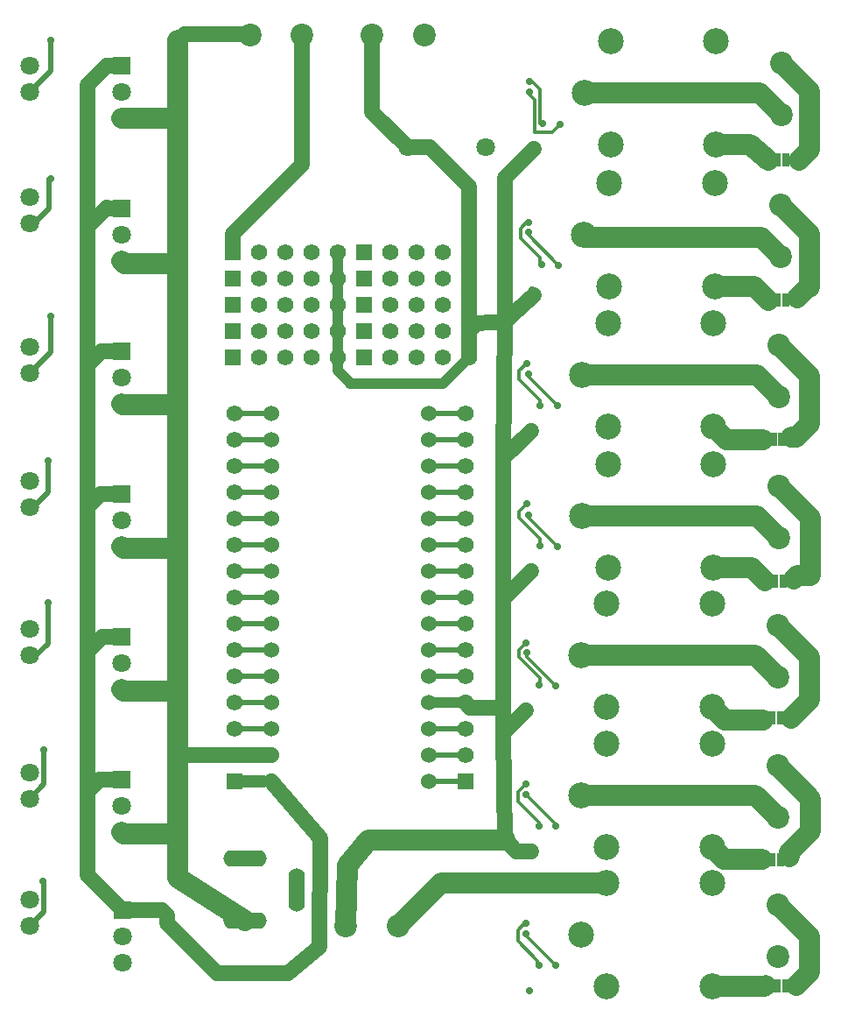
<source format=gbl>
G04 Layer: BottomLayer*
G04 EasyEDA v6.5.20, 2025-08-31 18:04:55*
G04 4654ec591aaf40839b9ddd4dd84afded,10*
G04 Gerber Generator version 0.2*
G04 Scale: 100 percent, Rotated: No, Reflected: No *
G04 Dimensions in millimeters *
G04 leading zeros omitted , absolute positions ,4 integer and 5 decimal *
%FSLAX45Y45*%
%MOMM*%

%AMMACRO1*4,1,4,-0.3175,-0.635,0.3175,-0.635,0.3175,0.635,-0.3175,0.635,-0.3175,-0.635,0*%
%ADD10C,2.0000*%
%ADD11C,0.3000*%
%ADD12C,1.5000*%
%ADD13C,1.2000*%
%ADD14C,0.5000*%
%ADD15C,1.0000*%
%ADD16MACRO1*%
%ADD17C,1.8000*%
%ADD18C,2.2000*%
%ADD19R,1.8000X1.8000*%
%ADD20C,2.5000*%
%ADD21C,1.5748*%
%ADD22R,1.5748X1.5748*%
%ADD23O,4.1999916X1.5999968*%
%ADD24O,1.5999968X4.1999916*%
%ADD25C,1.5240*%
%ADD26C,0.7000*%
%ADD27C,0.0156*%

%LPD*%
D10*
X6731000Y138811D02*
G01*
X7238111Y138811D01*
X7251700Y152400D01*
X6731000Y1485011D02*
G01*
X6844411Y1371600D01*
X7213600Y1371600D01*
X6731000Y2843911D02*
G01*
X6857111Y2717800D01*
X7226300Y2717800D01*
X6743700Y5549011D02*
G01*
X6869811Y5422900D01*
X7226300Y5422900D01*
D11*
X5067300Y4398010D02*
G01*
X5067300Y4470400D01*
X4864100Y4673600D01*
X4864100Y4728210D01*
X4940300Y4804410D01*
X5067300Y5756910D02*
G01*
X5067300Y5803900D01*
X4864100Y6007100D01*
X4864100Y6096000D01*
X4940300Y6163310D01*
X5067300Y3060700D02*
G01*
X5067300Y3120389D01*
X4864100Y3323589D01*
X4864100Y3390900D01*
X4940300Y3467100D01*
X5041900Y342900D02*
G01*
X5041900Y389889D01*
X4851400Y580389D01*
X4851400Y685800D01*
X4914900Y749300D01*
D10*
X2213305Y779500D02*
G01*
X1562100Y1193800D01*
X1562100Y9283700D01*
D11*
X5054600Y1692910D02*
G01*
X5054600Y1727200D01*
X4851400Y1930400D01*
X4851400Y2023110D01*
X4927600Y2099310D01*
X5219700Y1689100D02*
G01*
X5219700Y1705607D01*
X4927600Y1997707D01*
X5219700Y342900D02*
G01*
X4927600Y635000D01*
X4927600Y647700D01*
X5219700Y3048000D02*
G01*
X4940300Y3327400D01*
X4940300Y3365500D01*
X5232400Y4394200D02*
G01*
X4953000Y4673600D01*
X4953000Y4699000D01*
X5232400Y5753100D02*
G01*
X4953000Y6032500D01*
X4953000Y6057900D01*
D12*
X4711700Y5245100D02*
G01*
X4724400Y6565900D01*
X5003800Y6819900D01*
D11*
X5067300Y7124700D02*
G01*
X5067300Y7184389D01*
X4876800Y7374889D01*
X4876800Y7467600D01*
X4940300Y7531100D01*
X5245100Y7112000D02*
G01*
X4953000Y7404100D01*
X4953000Y7429500D01*
X5257800Y8470900D02*
G01*
X5181600Y8394700D01*
X5016500Y8394700D01*
X5016500Y8712200D01*
X4965700Y8763000D01*
X4965700Y8788400D01*
X4965700Y8889997D02*
G01*
X4991100Y8889997D01*
X5067300Y8813797D01*
X5067300Y8483597D01*
X5092700Y8483597D01*
D10*
X7366000Y3631996D02*
G01*
X7670800Y3327196D01*
X7670800Y2908300D01*
X7493000Y2730500D01*
X7378700Y6337096D02*
G01*
X7670800Y6044996D01*
X7670800Y5575300D01*
X7543800Y5448300D01*
X7493000Y5448300D01*
X7366000Y2273096D02*
G01*
X7683500Y1955596D01*
X7683500Y1638300D01*
X7480300Y1435100D01*
X7480300Y1397000D01*
X7366000Y926845D02*
G01*
X7670800Y622045D01*
X7670800Y279400D01*
X7543800Y152400D01*
X6743700Y4190111D02*
G01*
X7112888Y4190111D01*
X7239000Y4064000D01*
X7378700Y4978196D02*
G01*
X7683500Y4673396D01*
X7683500Y4114800D01*
X7556500Y4114800D01*
X7518400Y4076700D01*
X7391400Y7695996D02*
G01*
X7670800Y7416596D01*
X7670800Y6896100D01*
X7658100Y6896100D01*
X7556500Y6794500D01*
X6756400Y6907911D02*
G01*
X7138288Y6907911D01*
X7277100Y6769100D01*
X6769100Y8275701D02*
G01*
X7099300Y8280400D01*
X7277100Y8128000D01*
X7404100Y9063736D02*
G01*
X7670800Y8797036D01*
X7670800Y8229600D01*
X7569200Y8128000D01*
X1547642Y4373689D02*
G01*
X1036513Y4373689D01*
X1016002Y4394200D01*
X1543585Y2995688D02*
G01*
X1034448Y2995688D01*
X1016002Y3014134D01*
D12*
X4724400Y6565900D02*
G01*
X4724400Y7959089D01*
X5003800Y8238489D01*
D10*
X5499100Y8775572D02*
G01*
X7192330Y8775572D01*
X7404100Y8563803D01*
X3691636Y723900D02*
G01*
X4106418Y1138681D01*
X5710936Y1138681D01*
D12*
X4927600Y2806700D02*
G01*
X4711700Y2590800D01*
X4724400Y1562100D01*
X4838700Y1447800D01*
X4978400Y1447800D01*
X2108200Y2374900D02*
G01*
X2463800Y2374900D01*
D13*
X2108200Y2120900D02*
G01*
X2387600Y2120900D01*
D14*
X2108200Y5676900D02*
G01*
X2463800Y5676900D01*
X2463800Y4914900D02*
G01*
X2108200Y4914900D01*
X2108200Y5168900D02*
G01*
X2463800Y5168900D01*
X2463800Y5422900D02*
G01*
X2108200Y5422900D01*
X2108200Y2628900D02*
G01*
X2463800Y2628900D01*
X2108200Y2882900D02*
G01*
X2463800Y2882900D01*
X2108200Y3136900D02*
G01*
X2463800Y3136900D01*
X2108200Y3390900D02*
G01*
X2463800Y3390900D01*
X2108200Y3644900D02*
G01*
X2463800Y3644900D01*
X2463800Y3898900D02*
G01*
X2108200Y3898900D01*
X2108200Y4152900D02*
G01*
X2463800Y4152900D01*
X2463800Y4406900D02*
G01*
X2108200Y4406900D01*
X2108200Y4660900D02*
G01*
X2463800Y4660900D01*
D12*
X4711700Y2836560D02*
G01*
X4389739Y2836560D01*
X4343400Y2882900D01*
D15*
X3987800Y2882900D02*
G01*
X4343400Y2882900D01*
D14*
X3987800Y2120900D02*
G01*
X4343400Y2120900D01*
X3987800Y2374900D02*
G01*
X4343400Y2374900D01*
X3987800Y2628900D02*
G01*
X4343400Y2628900D01*
X3987800Y3136900D02*
G01*
X4343400Y3136900D01*
X3987800Y3390900D02*
G01*
X4343400Y3390900D01*
X3987800Y3644900D02*
G01*
X4343400Y3644900D01*
X3987800Y3898900D02*
G01*
X4343400Y3898900D01*
X3987800Y4406900D02*
G01*
X4343400Y4406900D01*
X3987800Y4660900D02*
G01*
X4343400Y4660900D01*
X3987800Y4152900D02*
G01*
X4343400Y4152900D01*
X4343400Y4914900D02*
G01*
X3987800Y4914900D01*
X3987800Y5168900D02*
G01*
X4343400Y5168900D01*
X3987800Y5422900D02*
G01*
X4343400Y5422900D01*
X3987800Y5676900D02*
G01*
X4343400Y5676900D01*
D12*
X4711700Y3886200D02*
G01*
X4711700Y5245100D01*
X4978400Y5511800D01*
X4711700Y2514866D02*
G01*
X4711700Y3886200D01*
X4978400Y4152900D01*
D10*
X5461000Y1984882D02*
G01*
X7154214Y1984882D01*
X7366000Y1773097D01*
X5461000Y3343782D02*
G01*
X7154214Y3343782D01*
X7366000Y3131997D01*
X5473700Y6048882D02*
G01*
X7166914Y6048882D01*
X7378700Y5837097D01*
X7391400Y7196073D02*
G01*
X7208774Y7378700D01*
X5515609Y7378700D01*
X5486400Y7407910D01*
D15*
X3111500Y6223000D02*
G01*
X3111500Y6096000D01*
X3238500Y5969000D01*
X4127500Y5969000D02*
G01*
X4381500Y6223000D01*
X3111500Y7239000D02*
G01*
X3111500Y6223000D01*
D12*
X4381500Y6223000D02*
G01*
X4381500Y7239000D01*
X4724400Y6565900D02*
G01*
X4457700Y6553200D01*
X4381500Y6477000D01*
D15*
X3225800Y5969000D02*
G01*
X4114800Y5969000D01*
D10*
X1555755Y7128677D02*
G01*
X1041654Y7128677D01*
X1016002Y7154329D01*
X1551739Y5764590D02*
G01*
X1025677Y5764590D01*
X1016002Y5774265D01*
X1539519Y1614352D02*
G01*
X1035715Y1614352D01*
X1016002Y1634065D01*
D12*
X2108200Y2374900D02*
G01*
X1541724Y2374900D01*
D14*
X266700Y2425700D02*
G01*
X266700Y2095500D01*
X127000Y1955800D01*
X304800Y3848100D02*
G01*
X304800Y3454400D01*
X190500Y3340100D01*
X152400Y3340100D01*
X304800Y5219700D02*
G01*
X304800Y4916048D01*
X163718Y4774963D01*
X127000Y4775200D01*
X330200Y6616700D02*
G01*
X330200Y6273800D01*
X127000Y6070600D01*
X330200Y9283700D02*
G01*
X330200Y8991600D01*
X127000Y8788400D01*
X127000Y8788400D01*
X330200Y7950200D02*
G01*
X317500Y7950200D01*
X317500Y7658862D01*
X176784Y7518145D01*
X127000Y7518400D01*
X254000Y1155700D02*
G01*
X266700Y1155700D01*
X266700Y863600D01*
X127000Y723900D01*
D12*
X685800Y2019300D02*
G01*
X685800Y3378200D01*
X829818Y3522218D01*
X1016000Y3522218D01*
X685800Y3378200D02*
G01*
X685800Y4775200D01*
X812800Y4902200D01*
X1016002Y4902200D01*
X685800Y4775200D02*
G01*
X685800Y6146800D01*
X821265Y6282265D01*
X1016002Y6282265D01*
X685800Y6146800D02*
G01*
X685800Y7480300D01*
X876300Y7670800D01*
X884770Y7662329D01*
X1016002Y7662329D01*
X685800Y7480300D02*
G01*
X685800Y8851900D01*
X876300Y9042400D01*
X1016000Y9042400D01*
D10*
X1560068Y8559545D02*
G01*
X1560068Y8534400D01*
X1016000Y8534400D01*
D12*
X1028700Y876300D02*
G01*
X685800Y1219200D01*
X685800Y2019300D01*
X808565Y2142065D01*
X1016002Y2142065D01*
D10*
X3191763Y723900D02*
G01*
X3200400Y1308100D01*
X3406140Y1558036D01*
X4724400Y1558036D01*
X4724400Y1562100D01*
D12*
X1028700Y876300D02*
G01*
X1409700Y876300D01*
X1460500Y825500D01*
X1460500Y749300D01*
X1943100Y266700D01*
X2628900Y266700D01*
X2933700Y520700D01*
X2944113Y1573529D01*
X2463800Y2120900D01*
D10*
X5473700Y4689982D02*
G01*
X7166914Y4689982D01*
X7378700Y4478197D01*
D12*
X2264600Y9347200D02*
G01*
X1625600Y9347200D01*
X1562100Y9283700D01*
X2764599Y9347200D02*
G01*
X2764599Y8085899D01*
X2095500Y7416800D01*
X2095500Y7239000D01*
X3785615Y8255000D02*
G01*
X4000500Y8255000D01*
X4381500Y7874000D01*
X4381500Y7239000D01*
X3785603Y8255000D02*
G01*
X3445700Y8594902D01*
X3445700Y9334500D01*
D16*
G01*
X7363459Y6769100D03*
G01*
X7444740Y6769100D03*
G01*
X7325359Y5422900D03*
G01*
X7406640Y5422900D03*
G01*
X7338059Y4051300D03*
G01*
X7419340Y4051300D03*
G01*
X7312659Y2730500D03*
G01*
X7393940Y2730500D03*
G01*
X7312659Y1358900D03*
G01*
X7393940Y1358900D03*
G01*
X7363459Y139700D03*
G01*
X7444740Y139700D03*
G01*
X7363459Y8128000D03*
G01*
X7444740Y8128000D03*
D17*
G01*
X3785615Y8255000D03*
G01*
X4545609Y8255000D03*
D18*
G01*
X2764586Y9334500D03*
G01*
X2264613Y9334500D03*
G01*
X3945686Y9334500D03*
G01*
X3445713Y9334500D03*
D17*
G01*
X127000Y7518400D03*
G01*
X127000Y7772400D03*
G01*
X127000Y6070600D03*
G01*
X127000Y6324600D03*
G01*
X127000Y4775200D03*
G01*
X127000Y5029200D03*
G01*
X127000Y3340100D03*
G01*
X127000Y3594100D03*
G01*
X127000Y1955800D03*
G01*
X127000Y2209800D03*
G01*
X127000Y723900D03*
G01*
X127000Y977900D03*
G01*
X127000Y8788400D03*
G01*
X127000Y9042400D03*
D19*
G01*
X1016000Y7662341D03*
D17*
G01*
X1016000Y7408316D03*
G01*
X1016000Y7154316D03*
D19*
G01*
X1016000Y6282258D03*
D17*
G01*
X1016000Y6028258D03*
G01*
X1016000Y5774258D03*
D19*
G01*
X1016000Y4902200D03*
D17*
G01*
X1016000Y4648200D03*
G01*
X1016000Y4394200D03*
D19*
G01*
X1016000Y3522141D03*
D17*
G01*
X1016000Y3268141D03*
G01*
X1016000Y3014141D03*
D19*
G01*
X1016000Y2142058D03*
D17*
G01*
X1016000Y1888058D03*
G01*
X1016000Y1634058D03*
D19*
G01*
X1028700Y876300D03*
D17*
G01*
X1028700Y622300D03*
G01*
X1028700Y368300D03*
D19*
G01*
X1016000Y9042400D03*
D17*
G01*
X1016000Y8788400D03*
G01*
X1016000Y8534400D03*
D20*
G01*
X6769100Y8275701D03*
G01*
X6769100Y9275699D03*
G01*
X5749036Y9275699D03*
G01*
X5749036Y8275701D03*
G01*
X5499100Y8775572D03*
D18*
G01*
X7404100Y8563787D03*
G01*
X7404100Y9063786D03*
G01*
X3691686Y723900D03*
G01*
X3191713Y723900D03*
D21*
G01*
X4381500Y6985000D03*
G01*
X4127500Y6985000D03*
G01*
X3873500Y6985000D03*
G01*
X3619500Y6985000D03*
D22*
G01*
X3365500Y6985000D03*
D21*
G01*
X4381500Y6477000D03*
G01*
X4127500Y6477000D03*
G01*
X3873500Y6477000D03*
G01*
X3619500Y6477000D03*
D22*
G01*
X3365500Y6477000D03*
D21*
G01*
X4381500Y7239000D03*
G01*
X4127500Y7239000D03*
G01*
X3873500Y7239000D03*
G01*
X3619500Y7239000D03*
D22*
G01*
X3365500Y7239000D03*
D21*
G01*
X4381500Y6731000D03*
G01*
X4127500Y6731000D03*
G01*
X3873500Y6731000D03*
G01*
X3619500Y6731000D03*
D22*
G01*
X3365500Y6731000D03*
D21*
G01*
X4381500Y6223000D03*
G01*
X4127500Y6223000D03*
G01*
X3873500Y6223000D03*
G01*
X3619500Y6223000D03*
D22*
G01*
X3365500Y6223000D03*
D21*
G01*
X3111500Y6985000D03*
G01*
X2857500Y6985000D03*
G01*
X2603500Y6985000D03*
G01*
X2349500Y6985000D03*
D22*
G01*
X2095500Y6985000D03*
D21*
G01*
X3111500Y7239000D03*
G01*
X2857500Y7239000D03*
G01*
X2603500Y7239000D03*
G01*
X2349500Y7239000D03*
D22*
G01*
X2095500Y7239000D03*
D21*
G01*
X3111500Y6731000D03*
G01*
X2857500Y6731000D03*
G01*
X2603500Y6731000D03*
G01*
X2349500Y6731000D03*
D22*
G01*
X2095500Y6731000D03*
D21*
G01*
X3111500Y6223000D03*
G01*
X2857500Y6223000D03*
G01*
X2603500Y6223000D03*
G01*
X2349500Y6223000D03*
D22*
G01*
X2095500Y6223000D03*
D21*
G01*
X3111500Y6477000D03*
G01*
X2857500Y6477000D03*
G01*
X2603500Y6477000D03*
G01*
X2349500Y6477000D03*
D22*
G01*
X2095500Y6477000D03*
D20*
G01*
X6756400Y6907911D03*
G01*
X6756400Y7907909D03*
G01*
X5736336Y7907909D03*
G01*
X5736336Y6907911D03*
G01*
X5486400Y7407783D03*
D18*
G01*
X7391400Y7195997D03*
G01*
X7391400Y7695996D03*
D20*
G01*
X6743700Y5549011D03*
G01*
X6743700Y6549009D03*
G01*
X5723636Y6549009D03*
G01*
X5723636Y5549011D03*
G01*
X5473700Y6048882D03*
D18*
G01*
X7378700Y5837097D03*
G01*
X7378700Y6337096D03*
D20*
G01*
X6743700Y4190111D03*
G01*
X6743700Y5190109D03*
G01*
X5723636Y5190109D03*
G01*
X5723636Y4190111D03*
G01*
X5473700Y4689982D03*
D18*
G01*
X7378700Y4478197D03*
G01*
X7378700Y4978196D03*
D20*
G01*
X6731000Y2843911D03*
G01*
X6731000Y3843909D03*
G01*
X5710936Y3843909D03*
G01*
X5710936Y2843911D03*
G01*
X5461000Y3343782D03*
D18*
G01*
X7366000Y3131997D03*
G01*
X7366000Y3631996D03*
D20*
G01*
X6731000Y1485011D03*
G01*
X6731000Y2485009D03*
G01*
X5710936Y2485009D03*
G01*
X5710936Y1485011D03*
G01*
X5461000Y1984882D03*
D18*
G01*
X7366000Y1773097D03*
G01*
X7366000Y2273096D03*
D20*
G01*
X6731000Y138811D03*
G01*
X6731000Y1138809D03*
G01*
X5710936Y1138809D03*
G01*
X5710936Y138811D03*
G01*
X5461000Y638682D03*
D18*
G01*
X7366000Y426897D03*
G01*
X7366000Y926896D03*
D23*
G01*
X2213305Y1379499D03*
G01*
X2213305Y779500D03*
D24*
G01*
X2714294Y1074496D03*
D21*
G01*
X4343400Y5676900D03*
G01*
X4343400Y5422900D03*
G01*
X4343400Y5168900D03*
G01*
X4343400Y4914900D03*
G01*
X4343400Y4660900D03*
G01*
X4343400Y4406900D03*
G01*
X4343400Y4152900D03*
G01*
X4343400Y3898900D03*
G01*
X4343400Y3644900D03*
G01*
X4343400Y3390900D03*
G01*
X4343400Y3136900D03*
G01*
X4343400Y2882900D03*
G01*
X4343400Y2628900D03*
G01*
X4343400Y2374900D03*
D22*
G01*
X4343400Y2120900D03*
D21*
G01*
X2108200Y5676900D03*
G01*
X2108200Y5422900D03*
G01*
X2108200Y5168900D03*
G01*
X2108200Y4914900D03*
G01*
X2108200Y4660900D03*
G01*
X2108200Y4406900D03*
G01*
X2108200Y4152900D03*
G01*
X2108200Y3898900D03*
G01*
X2108200Y3644900D03*
G01*
X2108200Y3390900D03*
G01*
X2108200Y3136900D03*
G01*
X2108200Y2882900D03*
G01*
X2108200Y2628900D03*
G01*
X2108200Y2374900D03*
D22*
G01*
X2108200Y2120900D03*
D25*
G01*
X3987800Y2120900D03*
G01*
X3987800Y2374900D03*
G01*
X3987800Y2628900D03*
G01*
X3987800Y2882900D03*
G01*
X3987800Y3136900D03*
G01*
X3987800Y3390900D03*
G01*
X3987800Y3644900D03*
G01*
X3987800Y3898900D03*
G01*
X3987800Y4152900D03*
G01*
X3987800Y4406900D03*
G01*
X3987800Y4660900D03*
G01*
X3987800Y4914900D03*
G01*
X3987800Y5168900D03*
G01*
X3987800Y5422900D03*
G01*
X3987800Y5676900D03*
G01*
X2463800Y5676900D03*
G01*
X2463800Y5422900D03*
G01*
X2463800Y5168900D03*
G01*
X2463800Y4914900D03*
G01*
X2463800Y4660900D03*
G01*
X2463800Y4406900D03*
G01*
X2463800Y4152900D03*
G01*
X2463800Y3898900D03*
G01*
X2463800Y3644900D03*
G01*
X2463800Y3390900D03*
G01*
X2463800Y3136900D03*
G01*
X2463800Y2882900D03*
G01*
X2463800Y2628900D03*
G01*
X2463800Y2374900D03*
G01*
X2463800Y2120900D03*
D26*
G01*
X4953000Y7429500D03*
G01*
X5245100Y7112000D03*
G01*
X5080000Y7115810D03*
G01*
X4953000Y7522210D03*
G01*
X4991100Y6870700D03*
G01*
X4953000Y6057900D03*
G01*
X5232400Y5753100D03*
G01*
X5067300Y5756910D03*
G01*
X4940300Y6163310D03*
G01*
X4978400Y5511800D03*
G01*
X4953000Y4699000D03*
G01*
X5232400Y4394200D03*
G01*
X5067300Y4398010D03*
G01*
X4940300Y4804410D03*
G01*
X4978400Y4152900D03*
G01*
X4940300Y3365500D03*
G01*
X5219700Y3048000D03*
G01*
X5054600Y3051810D03*
G01*
X4927600Y3458210D03*
G01*
X4965700Y2806700D03*
G01*
X4927600Y1997710D03*
G01*
X5219700Y1689100D03*
G01*
X5054600Y1692910D03*
G01*
X4927600Y2099310D03*
G01*
X4978400Y1447800D03*
G01*
X4927600Y647700D03*
G01*
X5219700Y342900D03*
G01*
X5054600Y346710D03*
G01*
X4927600Y753110D03*
G01*
X4965700Y101600D03*
G01*
X4965700Y8788400D03*
G01*
X5257800Y8470900D03*
G01*
X5092700Y8483600D03*
G01*
X4965700Y8890000D03*
G01*
X5003800Y8238489D03*
G01*
X1562100Y1155700D03*
G01*
X1549400Y2425700D03*
G01*
X1549400Y3848100D03*
G01*
X1562100Y6604000D03*
G01*
X1549400Y7950200D03*
G01*
X1562100Y9283700D03*
G01*
X1549400Y5207000D03*
G01*
X254000Y1155700D03*
G01*
X266700Y2425700D03*
G01*
X304800Y3848100D03*
G01*
X304800Y5219700D03*
G01*
X330200Y6616700D03*
G01*
X330200Y7950200D03*
G01*
X330200Y9283700D03*
M02*

</source>
